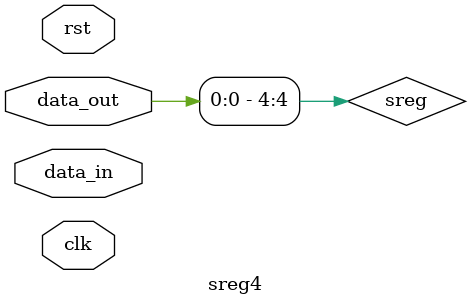
<source format=sv>
module sreg4 (
    input logic         clk,
    input logic         rst,
    input logic         data_in,
    input logic         data_out
);

    logic [4:1]     sreg;

    always_ff @(posedge clk) 
        if (rst)
            sreg <= 4'b0;
        else begin
            sreg[4] <= sreg[3];
            sreg[3] <= sreg[2];
            sreg[2] <= sreg[1];
            sreg[1] <= data_in;
        end
    assign data_out = sreg[4];
endmodule

</source>
